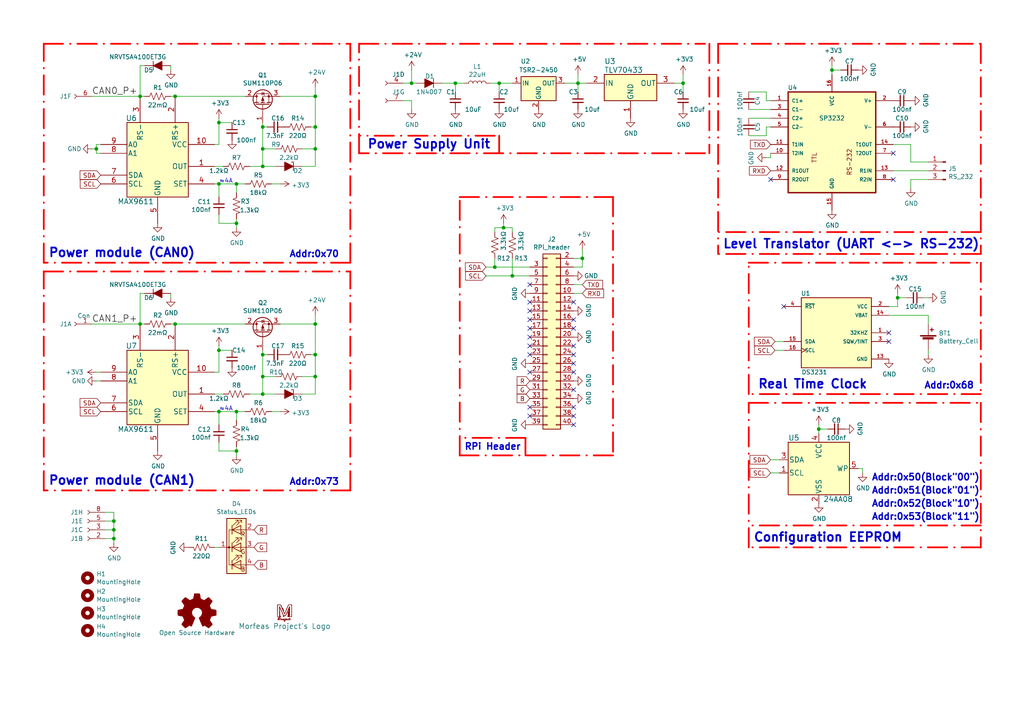
<source format=kicad_sch>
(kicad_sch (version 20230121) (generator eeschema)
  (paper "A4")
  (title_block (title "Morfeas RPi Hat") (date "2019-12-27") (rev "V1.0") (comment 1 "https://www.tapr.org/ohl.html") (comment 2 "Licence: TAPR Open Hardware License") (comment 4 "Author: Sam Harry Tzavaras"))
  (junction (at 144.78 24.13))
  (junction (at 76.2 48.26))
  (junction (at 63.5 101.6))
  (junction (at 76.2 43.18))
  (junction (at 91.44 36.83))
  (junction (at 91.44 102.87))
  (junction (at 68.58 53.34))
  (junction (at 132.08 24.13))
  (junction (at 76.2 36.83))
  (junction (at 63.5 35.56))
  (junction (at 63.5 53.34))
  (junction (at 148.59 80.01))
  (junction (at 241.3 20.32))
  (junction (at 237.49 124.46))
  (junction (at 27.94 43.18))
  (junction (at 33.02 156.21))
  (junction (at 40.64 93.98))
  (junction (at 167.64 24.13))
  (junction (at 146.05 66.04))
  (junction (at 143.51 77.47))
  (junction (at 63.5 119.38))
  (junction (at 76.2 102.87))
  (junction (at 68.58 130.81))
  (junction (at 50.8 27.94))
  (junction (at 198.12 24.13))
  (junction (at 33.02 151.13))
  (junction (at 260.35 86.36))
  (junction (at 68.58 119.38))
  (junction (at 91.44 43.18))
  (junction (at 50.8 93.98))
  (junction (at 91.44 93.98))
  (junction (at 168.91 74.93))
  (junction (at 76.2 109.22))
  (junction (at 119.38 24.13))
  (junction (at 91.44 109.22))
  (junction (at 91.44 27.94))
  (junction (at 76.2 114.3))
  (junction (at 40.64 27.94))
  (junction (at 68.58 64.77))
  (junction (at 33.02 153.67))
  (no_connect (at 153.67 100.33))
  (no_connect (at 166.37 120.65))
  (no_connect (at 153.67 90.17))
  (no_connect (at 166.37 118.11))
  (no_connect (at 166.37 107.95))
  (no_connect (at 166.37 102.87))
  (no_connect (at 223.52 52.07))
  (no_connect (at 153.67 107.95))
  (no_connect (at 153.67 82.55))
  (no_connect (at 153.67 87.63))
  (no_connect (at 166.37 87.63))
  (no_connect (at 166.37 113.03))
  (no_connect (at 257.81 96.52))
  (no_connect (at 257.81 99.06))
  (no_connect (at 166.37 95.25))
  (no_connect (at 259.08 52.07))
  (no_connect (at 153.67 92.71))
  (no_connect (at 227.33 88.9))
  (no_connect (at 153.67 120.65))
  (no_connect (at 166.37 92.71))
  (no_connect (at 166.37 100.33))
  (no_connect (at 166.37 123.19))
  (no_connect (at 153.67 95.25))
  (no_connect (at 166.37 105.41))
  (no_connect (at 153.67 102.87))
  (no_connect (at 259.08 44.45))
  (no_connect (at 153.67 97.79))
  (no_connect (at 153.67 118.11))
  (polyline (pts (xy 177.8 57.15) (xy 177.8 132.08)) (stroke (width 0.508) (type dash_dot) (color 255 0 0 1)))
  (wire (pts (xy 264.16 52.07) (xy 264.16 54.61)))
  (wire (pts (xy 26.67 93.98) (xy 40.64 93.98)))
  (wire (pts (xy 170.18 24.13) (xy 167.64 24.13)))
  (wire (pts (xy 49.53 85.09) (xy 49.53 86.36)))
  (wire (pts (xy 223.52 133.35) (xy 226.06 133.35)))
  (wire (pts (xy 63.5 101.6) (xy 63.5 100.33)))
  (wire (pts (xy 241.3 19.05) (xy 241.3 20.32)))
  (wire (pts (xy 91.44 48.26) (xy 91.44 43.18)))
  (polyline (pts (xy 284.48 76.2) (xy 284.48 114.3)) (stroke (width 0.508) (type dash_dot) (color 255 0 0 1)))
  (wire (pts (xy 146.05 66.04) (xy 148.59 66.04)))
  (wire (pts (xy 68.58 63.5) (xy 68.58 64.77)))
  (wire (pts (xy 91.44 27.94) (xy 91.44 25.4)))
  (wire (pts (xy 68.58 130.81) (xy 63.5 130.81)))
  (wire (pts (xy 63.5 101.6) (xy 63.5 107.95)))
  (wire (pts (xy 269.24 101.6) (xy 269.24 102.87)))
  (wire (pts (xy 146.05 66.04) (xy 146.05 64.77)))
  (wire (pts (xy 269.24 91.44) (xy 269.24 93.98)))
  (wire (pts (xy 250.19 135.89) (xy 250.19 137.16)))
  (wire (pts (xy 267.97 86.36) (xy 269.24 86.36)))
  (wire (pts (xy 143.51 74.93) (xy 143.51 77.47)))
  (wire (pts (xy 166.37 74.93) (xy 168.91 74.93)))
  (wire (pts (xy 168.91 74.93) (xy 168.91 72.39)))
  (wire (pts (xy 62.23 107.95) (xy 63.5 107.95)))
  (wire (pts (xy 224.79 101.6) (xy 227.33 101.6)))
  (polyline (pts (xy 133.35 132.08) (xy 133.35 57.15)) (stroke (width 0.508) (type dash_dot) (color 255 0 0 1)))
  (wire (pts (xy 81.28 27.94) (xy 91.44 27.94)))
  (polyline (pts (xy 12.7 12.7) (xy 101.6 12.7)) (stroke (width 0.508) (type dash_dot) (color 255 0 0 1)))
  (wire (pts (xy 33.02 156.21) (xy 33.02 153.67)))
  (wire (pts (xy 167.64 26.67) (xy 167.64 24.13)))
  (wire (pts (xy 78.74 53.34) (xy 81.28 53.34)))
  (wire (pts (xy 87.63 48.26) (xy 91.44 48.26)))
  (wire (pts (xy 257.81 91.44) (xy 269.24 91.44)))
  (wire (pts (xy 120.65 24.13) (xy 119.38 24.13)))
  (wire (pts (xy 27.94 110.49) (xy 29.21 110.49)))
  (wire (pts (xy 237.49 124.46) (xy 237.49 125.73)))
  (wire (pts (xy 91.44 109.22) (xy 91.44 102.87)))
  (wire (pts (xy 40.64 27.94) (xy 41.91 27.94)))
  (wire (pts (xy 224.79 99.06) (xy 227.33 99.06)))
  (wire (pts (xy 240.03 124.46) (xy 237.49 124.46)))
  (wire (pts (xy 62.23 41.91) (xy 63.5 41.91)))
  (wire (pts (xy 260.35 86.36) (xy 260.35 85.09)))
  (wire (pts (xy 71.12 119.38) (xy 68.58 119.38)))
  (wire (pts (xy 91.44 36.83) (xy 91.44 27.94)))
  (wire (pts (xy 237.49 123.19) (xy 237.49 124.46)))
  (wire (pts (xy 222.25 29.21) (xy 222.25 26.67)))
  (wire (pts (xy 27.94 107.95) (xy 29.21 107.95)))
  (wire (pts (xy 163.83 24.13) (xy 167.64 24.13)))
  (wire (pts (xy 223.52 29.21) (xy 222.25 29.21)))
  (wire (pts (xy 27.94 41.91) (xy 27.94 43.18)))
  (wire (pts (xy 91.44 114.3) (xy 91.44 109.22)))
  (wire (pts (xy 50.8 93.98) (xy 49.53 93.98)))
  (wire (pts (xy 241.3 20.32) (xy 241.3 21.59)))
  (polyline (pts (xy 12.7 142.24) (xy 12.7 78.74)) (stroke (width 0.508) (type dash_dot) (color 255 0 0 1)))
  (wire (pts (xy 68.58 64.77) (xy 68.58 66.04)))
  (wire (pts (xy 63.5 57.15) (xy 63.5 53.34)))
  (wire (pts (xy 40.64 19.05) (xy 40.64 27.94)))
  (wire (pts (xy 140.97 77.47) (xy 143.51 77.47)))
  (wire (pts (xy 80.01 114.3) (xy 76.2 114.3)))
  (polyline (pts (xy 152.4 127) (xy 152.4 132.08)) (stroke (width 0.508) (type dash_dot) (color 255 0 0 1)))
  (polyline (pts (xy 284.48 114.3) (xy 217.17 114.3)) (stroke (width 0.508) (type dash_dot) (color 255 0 0 1)))
  (wire (pts (xy 63.5 64.77) (xy 63.5 62.23)))
  (wire (pts (xy 30.48 151.13) (xy 33.02 151.13)))
  (wire (pts (xy 26.67 27.94) (xy 40.64 27.94)))
  (polyline (pts (xy 104.14 44.45) (xy 104.14 12.7)) (stroke (width 0.508) (type dash_dot) (color 255 0 0 1)))
  (wire (pts (xy 223.52 45.72) (xy 223.52 44.45)))
  (polyline (pts (xy 104.14 12.7) (xy 204.47 12.7)) (stroke (width 0.508) (type dash_dot) (color 255 0 0 1)))
  (wire (pts (xy 195.58 24.13) (xy 198.12 24.13)))
  (wire (pts (xy 71.12 93.98) (xy 50.8 93.98)))
  (wire (pts (xy 142.24 24.13) (xy 144.78 24.13)))
  (wire (pts (xy 27.94 44.45) (xy 29.21 44.45)))
  (wire (pts (xy 26.67 43.18) (xy 27.94 43.18)))
  (wire (pts (xy 71.12 53.34) (xy 68.58 53.34)))
  (wire (pts (xy 68.58 55.88) (xy 68.58 53.34)))
  (wire (pts (xy 168.91 85.09) (xy 166.37 85.09)))
  (wire (pts (xy 30.48 156.21) (xy 33.02 156.21)))
  (polyline (pts (xy 101.6 142.24) (xy 101.6 78.74)) (stroke (width 0.508) (type dash_dot) (color 255 0 0 1)))
  (wire (pts (xy 243.84 20.32) (xy 241.3 20.32)))
  (wire (pts (xy 198.12 26.67) (xy 198.12 24.13)))
  (wire (pts (xy 63.5 119.38) (xy 62.23 119.38)))
  (wire (pts (xy 143.51 77.47) (xy 153.67 77.47)))
  (wire (pts (xy 68.58 121.92) (xy 68.58 119.38)))
  (wire (pts (xy 132.08 26.67) (xy 132.08 24.13)))
  (polyline (pts (xy 204.47 44.45) (xy 104.14 44.45)) (stroke (width 0.508) (type dash_dot) (color 255 0 0 1)))
  (wire (pts (xy 148.59 66.04) (xy 148.59 67.31)))
  (wire (pts (xy 264.16 46.99) (xy 269.24 46.99)))
  (wire (pts (xy 119.38 20.32) (xy 119.38 24.13)))
  (wire (pts (xy 30.48 153.67) (xy 33.02 153.67)))
  (wire (pts (xy 33.02 153.67) (xy 33.02 151.13)))
  (wire (pts (xy 148.59 80.01) (xy 153.67 80.01)))
  (wire (pts (xy 119.38 29.21) (xy 119.38 31.75)))
  (wire (pts (xy 87.63 43.18) (xy 91.44 43.18)))
  (wire (pts (xy 269.24 52.07) (xy 264.16 52.07)))
  (wire (pts (xy 33.02 151.13) (xy 33.02 148.59)))
  (wire (pts (xy 78.74 119.38) (xy 81.28 119.38)))
  (wire (pts (xy 264.16 41.91) (xy 264.16 46.99)))
  (wire (pts (xy 260.35 88.9) (xy 260.35 86.36)))
  (polyline (pts (xy 217.17 158.75) (xy 217.17 116.84)) (stroke (width 0.508) (type dash_dot) (color 255 0 0 1)))
  (wire (pts (xy 262.89 86.36) (xy 260.35 86.36)))
  (wire (pts (xy 62.23 114.3) (xy 64.77 114.3)))
  (wire (pts (xy 116.84 24.13) (xy 119.38 24.13)))
  (polyline (pts (xy 217.17 116.84) (xy 284.48 116.84)) (stroke (width 0.508) (type dash_dot) (color 255 0 0 1)))
  (wire (pts (xy 222.25 39.37) (xy 222.25 36.83)))
  (wire (pts (xy 91.44 43.18) (xy 91.44 36.83)))
  (wire (pts (xy 167.64 24.13) (xy 167.64 21.59)))
  (wire (pts (xy 68.58 130.81) (xy 68.58 132.08)))
  (wire (pts (xy 90.17 36.83) (xy 91.44 36.83)))
  (wire (pts (xy 222.25 26.67) (xy 217.17 26.67)))
  (wire (pts (xy 143.51 67.31) (xy 143.51 66.04)))
  (wire (pts (xy 33.02 156.21) (xy 33.02 157.48)))
  (wire (pts (xy 144.78 26.67) (xy 144.78 24.13)))
  (wire (pts (xy 134.62 24.13) (xy 132.08 24.13)))
  (wire (pts (xy 148.59 74.93) (xy 148.59 80.01)))
  (wire (pts (xy 87.63 114.3) (xy 91.44 114.3)))
  (wire (pts (xy 248.92 135.89) (xy 250.19 135.89)))
  (polyline (pts (xy 284.48 12.7) (xy 284.48 73.66)) (stroke (width 0.508) (type dash_dot) (color 255 0 0 1)))
  (wire (pts (xy 144.78 24.13) (xy 148.59 24.13)))
  (wire (pts (xy 71.12 27.94) (xy 50.8 27.94)))
  (wire (pts (xy 259.08 41.91) (xy 264.16 41.91)))
  (wire (pts (xy 76.2 102.87) (xy 76.2 101.6)))
  (wire (pts (xy 143.51 66.04) (xy 146.05 66.04)))
  (wire (pts (xy 76.2 114.3) (xy 76.2 109.22)))
  (wire (pts (xy 50.8 27.94) (xy 49.53 27.94)))
  (wire (pts (xy 76.2 36.83) (xy 76.2 43.18)))
  (wire (pts (xy 76.2 43.18) (xy 76.2 48.26)))
  (wire (pts (xy 33.02 148.59) (xy 30.48 148.59)))
  (wire (pts (xy 87.63 109.22) (xy 91.44 109.22)))
  (wire (pts (xy 91.44 93.98) (xy 91.44 91.44)))
  (wire (pts (xy 166.37 82.55) (xy 168.91 82.55)))
  (wire (pts (xy 68.58 64.77) (xy 63.5 64.77)))
  (polyline (pts (xy 101.6 142.24) (xy 12.7 142.24)) (stroke (width 0.508) (type dash_dot) (color 255 0 0 1)))
  (wire (pts (xy 222.25 45.72) (xy 223.52 45.72)))
  (polyline (pts (xy 284.48 73.66) (xy 208.28 73.66)) (stroke (width 0.508) (type dash_dot) (color 255 0 0 1)))
  (wire (pts (xy 77.47 36.83) (xy 76.2 36.83)))
  (wire (pts (xy 63.5 35.56) (xy 67.31 35.56)))
  (wire (pts (xy 140.97 80.01) (xy 148.59 80.01)))
  (polyline (pts (xy 101.6 76.2) (xy 12.7 76.2)) (stroke (width 0.508) (type dash_dot) (color 255 0 0 1)))
  (wire (pts (xy 41.91 85.09) (xy 40.64 85.09)))
  (polyline (pts (xy 284.48 158.75) (xy 217.17 158.75)) (stroke (width 0.508) (type dash_dot) (color 255 0 0 1)))
  (wire (pts (xy 81.28 93.98) (xy 91.44 93.98)))
  (wire (pts (xy 90.17 102.87) (xy 91.44 102.87)))
  (wire (pts (xy 80.01 109.22) (xy 76.2 109.22)))
  (polyline (pts (xy 284.48 116.84) (xy 284.48 158.75)) (stroke (width 0.508) (type dash_dot) (color 255 0 0 1)))
  (wire (pts (xy 76.2 109.22) (xy 76.2 102.87)))
  (polyline (pts (xy 284.48 152.4) (xy 217.17 152.4)) (stroke (width 0.508) (type dash_dot) (color 255 0 0 1)))
  (wire (pts (xy 91.44 102.87) (xy 91.44 93.98)))
  (wire (pts (xy 29.21 41.91) (xy 27.94 41.91)))
  (wire (pts (xy 62.23 48.26) (xy 64.77 48.26)))
  (polyline (pts (xy 133.35 57.15) (xy 177.8 57.15)) (stroke (width 0.508) (type dash_dot) (color 255 0 0 1)))
  (polyline (pts (xy 205.74 12.7) (xy 205.74 44.45)) (stroke (width 0.508) (type dash_dot) (color 255 0 0 1)))
  (wire (pts (xy 223.52 31.75) (xy 217.17 31.75)))
  (wire (pts (xy 77.47 102.87) (xy 76.2 102.87)))
  (wire (pts (xy 63.5 101.6) (xy 67.31 101.6)))
  (wire (pts (xy 63.5 130.81) (xy 63.5 128.27)))
  (wire (pts (xy 63.5 53.34) (xy 62.23 53.34)))
  (polyline (pts (xy 101.6 76.2) (xy 101.6 12.7)) (stroke (width 0.508) (type dash_dot) (color 255 0 0 1)))
  (wire (pts (xy 41.91 19.05) (xy 40.64 19.05)))
  (wire (pts (xy 222.25 36.83) (xy 223.52 36.83)))
  (polyline (pts (xy 12.7 78.74) (xy 101.6 78.74)) (stroke (width 0.508) (type dash_dot) (color 255 0 0 1)))
  (wire (pts (xy 63.5 53.34) (xy 68.58 53.34)))
  (polyline (pts (xy 208.28 12.7) (xy 208.28 73.66)) (stroke (width 0.508) (type dash_dot) (color 255 0 0 1)))
  (polyline (pts (xy 284.48 67.31) (xy 208.28 67.31)) (stroke (width 0.508) (type dash_dot) (color 255 0 0 1)))
  (wire (pts (xy 72.39 114.3) (xy 76.2 114.3)))
  (wire (pts (xy 27.94 43.18) (xy 27.94 44.45)))
  (polyline (pts (xy 143.51 39.37) (xy 104.14 39.37)) (stroke (width 0.508) (type dash_dot) (color 255 0 0 1)))
  (wire (pts (xy 257.81 88.9) (xy 260.35 88.9)))
  (wire (pts (xy 223.52 137.16) (xy 226.06 137.16)))
  (wire (pts (xy 68.58 129.54) (xy 68.58 130.81)))
  (wire (pts (xy 76.2 35.56) (xy 76.2 36.83)))
  (polyline (pts (xy 217.17 76.2) (xy 284.48 76.2)) (stroke (width 0.508) (type dash_dot) (color 255 0 0 1)))
  (wire (pts (xy 166.37 77.47) (xy 168.91 77.47)))
  (polyline (pts (xy 12.7 76.2) (xy 12.7 12.7)) (stroke (width 0.508) (type dash_dot) (color 255 0 0 1)))
  (wire (pts (xy 40.64 93.98) (xy 41.91 93.98)))
  (wire (pts (xy 198.12 24.13) (xy 198.12 21.59)))
  (wire (pts (xy 128.27 24.13) (xy 132.08 24.13)))
  (wire (pts (xy 63.5 35.56) (xy 63.5 41.91)))
  (wire (pts (xy 223.52 34.29) (xy 217.17 34.29)))
  (wire (pts (xy 259.08 49.53) (xy 269.24 49.53)))
  (polyline (pts (xy 144.78 39.37) (xy 144.78 44.45)) (stroke (width 0.508) (type dash_dot) (color 255 0 0 1)))
  (wire (pts (xy 72.39 48.26) (xy 76.2 48.26)))
  (wire (pts (xy 49.53 19.05) (xy 49.53 20.32)))
  (wire (pts (xy 63.5 119.38) (xy 68.58 119.38)))
  (polyline (pts (xy 152.4 127) (xy 133.35 127)) (stroke (width 0.508) (type dash_dot) (color 255 0 0 1)))
  (polyline (pts (xy 177.8 132.08) (xy 133.35 132.08)) (stroke (width 0.508) (type dash_dot) (color 255 0 0 1)))
  (wire (pts (xy 217.17 39.37) (xy 222.25 39.37)))
  (wire (pts (xy 168.91 77.47) (xy 168.91 74.93)))
  (wire (pts (xy 62.23 158.75) (xy 63.5 158.75)))
  (polyline (pts (xy 208.28 12.7) (xy 284.48 12.7)) (stroke (width 0.508) (type dash_dot) (color 255 0 0 1)))
  (wire (pts (xy 63.5 123.19) (xy 63.5 119.38)))
  (wire (pts (xy 80.01 48.26) (xy 76.2 48.26)))
  (wire (pts (xy 40.64 85.09) (xy 40.64 93.98)))
  (polyline (pts (xy 217.17 114.3) (xy 217.17 76.2)) (stroke (width 0.508) (type dash_dot) (color 255 0 0 1)))
  (wire (pts (xy 63.5 35.56) (xy 63.5 34.29)))
  (wire (pts (xy 116.84 29.21) (xy 119.38 29.21)))
  (wire (pts (xy 80.01 43.18) (xy 76.2 43.18)))
  (text "Addr:0x50(Block\"00\")" (at 252.73 139.7 0) (effects (font (size 1.905 1.905) (thickness 0.381) bold) (justify left bottom)))
  (text "Addr:0x68" (at 267.97 113.03 0) (effects (font (size 1.905 1.905) (thickness 0.381) bold) (justify left bottom)))
  (text "Power module (CAN0)" (at 13.97 74.93 0) (effects (font (size 2.54 2.54) (thickness 0.508) bold) (justify left bottom)))
  (text "Addr:0x70" (at 83.82 74.93 0) (effects (font (size 1.905 1.905) (thickness 0.381) bold) (justify left bottom)))
  (text "Addr:0x53(Block\"11\")" (at 252.73 151.13 0) (effects (font (size 1.905 1.905) (thickness 0.381) bold) (justify left bottom)))
  (text "≈4A" (at 63.5 53.34 0) (effects (font (size 1.27 1.27)) (justify left bottom)))
  (text "Power Supply Unit" (at 106.426 43.434 0) (effects (font (size 2.54 2.54) (thickness 0.508) bold) (justify left bottom)))
  (text "≈4A" (at 63.5 119.38 0) (effects (font (size 1.27 1.27)) (justify left bottom)))
  (text "Level Translator (UART <-> RS-232)" (at 209.55 72.39 0) (effects (font (size 2.54 2.54) (thickness 0.508) bold) (justify left bottom)))
  (text "Real Time Clock" (at 219.71 113.03 0) (effects (font (size 2.54 2.54) (thickness 0.508) bold) (justify left bottom)))
  (text "Power module (CAN1)" (at 13.97 140.97 0) (effects (font (size 2.54 2.54) (thickness 0.508) bold) (justify left bottom)))
  (text "Addr:0x51(Block\"01\")" (at 252.73 143.51 0) (effects (font (size 1.905 1.905) (thickness 0.381) bold) (justify left bottom)))
  (text "Addr:0x52(Block\"10\")" (at 252.73 147.32 0) (effects (font (size 1.905 1.905) (thickness 0.381) bold) (justify left bottom)))
  (text "RPi Header" (at 134.62 130.81 0) (effects (font (size 1.905 1.905) (thickness 0.381) bold) (justify left bottom)))
  (text "Addr:0x73" (at 83.82 140.97 0) (effects (font (size 1.905 1.905) (thickness 0.381) bold) (justify left bottom)))
  (text "Configuration EEPROM" (at 218.44 157.48 0) (effects (font (size 2.54 2.54) (thickness 0.508) bold) (justify left bottom)))
  (label "CAN0_P+" (at 26.67 27.94 0) (effects (font (size 1.905 1.905))))
  (label "CAN1_P+" (at 26.67 93.98 0) (effects (font (size 1.905 1.905))))
  (global_label "SDA" (shape input) (at 29.21 50.8 180) (property "Intersheetrefs" "${INTERSHEET_REFS}" (effects hide)))
  (global_label "RXD" (shape input) (at 168.91 85.09 0) (property "Intersheetrefs" "${INTERSHEET_REFS}" (effects hide)))
  (global_label "B" (shape input) (at 73.66 163.83 0) (property "Intersheetrefs" "${INTERSHEET_REFS}" (effects hide)))
  (global_label "SDA" (shape input) (at 223.52 133.35 180) (property "Intersheetrefs" "${INTERSHEET_REFS}" (effects hide)))
  (global_label "R" (shape input) (at 73.66 153.67 0) (property "Intersheetrefs" "${INTERSHEET_REFS}" (effects hide)))
  (global_label "SDA" (shape input) (at 140.97 77.47 180) (property "Intersheetrefs" "${INTERSHEET_REFS}" (effects hide)))
  (global_label "G" (shape input) (at 153.67 113.03 180) (property "Intersheetrefs" "${INTERSHEET_REFS}" (effects hide)))
  (global_label "SDA" (shape input) (at 224.79 99.06 180) (property "Intersheetrefs" "${INTERSHEET_REFS}" (effects hide)))
  (global_label "R" (shape input) (at 153.67 110.49 180) (property "Intersheetrefs" "${INTERSHEET_REFS}" (effects hide)))
  (global_label "TXD" (shape input) (at 223.52 41.91 180) (property "Intersheetrefs" "${INTERSHEET_REFS}" (effects hide)))
  (global_label "SDA" (shape input) (at 29.21 116.84 180) (property "Intersheetrefs" "${INTERSHEET_REFS}" (effects hide)))
  (global_label "SCL" (shape input) (at 29.21 119.38 180) (property "Intersheetrefs" "${INTERSHEET_REFS}" (effects hide)))
  (global_label "SCL" (shape input) (at 223.52 137.16 180) (property "Intersheetrefs" "${INTERSHEET_REFS}" (effects hide)))
  (global_label "G" (shape input) (at 73.66 158.75 0) (property "Intersheetrefs" "${INTERSHEET_REFS}" (effects hide)))
  (global_label "SCL" (shape input) (at 140.97 80.01 180) (property "Intersheetrefs" "${INTERSHEET_REFS}" (effects hide)))
  (global_label "B" (shape input) (at 153.67 115.57 180) (property "Intersheetrefs" "${INTERSHEET_REFS}" (effects hide)))
  (global_label "TXD" (shape input) (at 168.91 82.55 0) (property "Intersheetrefs" "${INTERSHEET_REFS}" (effects hide)))
  (global_label "SCL" (shape input) (at 29.21 53.34 180) (property "Intersheetrefs" "${INTERSHEET_REFS}" (effects hide)))
  (global_label "SCL" (shape input) (at 224.79 101.6 180) (property "Intersheetrefs" "${INTERSHEET_REFS}" (effects hide)))
  (global_label "RXD" (shape input) (at 223.52 49.53 180) (property "Intersheetrefs" "${INTERSHEET_REFS}" (effects hide)))
  (symbol (lib_id "Morfeas_Rpi_Hat-rescue:Conn_02x20_Odd_Even-Morfeas_Rpi_Hat") (at 158.75 97.79 0) (unit 1)
    (property "Reference" "J2" (at 160.02 69.4182 0))
    (property "Value" "RPi_header" (at 160.02 71.7296 0))
    (property "Footprint" "Morfeas_RPi_Hat:PinSocket_2x20_P2.54mm_Vertical" (effects hide))
  )
  (symbol (lib_id "power:+5V") (at 168.91 72.39 0) (unit 1)
    (property "Reference" "#PWR014" (effects hide))
    (property "Value" "+5V" (at 169.291 67.9958 0))
  )
  (symbol (lib_id "power:GND") (at 166.37 80.01 90) (unit 1)
    (property "Reference" "#PWR08" (effects hide))
    (property "Value" "GND" (at 171.45 80.01 90))
  )
  (symbol (lib_id "Morfeas_Rpi_Hat-rescue:DS3231SN#T&R-Morfeas_Rpi_Hat") (at 242.57 96.52 0) (unit 1)
    (property "Reference" "U1" (at 233.68 85.09 0))
    (property "Value" "DS3231" (at 236.22 107.95 0))
    (property "Footprint" "Project's_libs:SOIC127P1032X265-16N" (effects hide))
    (property "Datasheet" "${KIPRJMOD}/Datasheets/DS3231.pdf" (effects hide))
  )
  (symbol (lib_id "Morfeas_Rpi_Hat-rescue:TLV70433DBVT-Morfeas_Rpi_Hat") (at 182.88 25.4 0) (unit 1)
    (property "Reference" "U3" (at 175.26 17.78 0) (effects (font (size 1.524 1.524)) (justify left)))
    (property "Value" "TLV70433" (at 175.26 20.32 0) (effects (font (size 1.524 1.524)) (justify left)))
    (property "Footprint" "Morfeas_RPi_Hat:TLV70433DBVT" (effects hide))
    (property "Datasheet" "${KIPRJMOD}/Datasheets/tlv704.pdf" (effects hide))
  )
  (symbol (lib_id "Morfeas_Rpi_Hat-rescue:SP3232-Morfeas_Rpi_Hat") (at 241.3 40.64 0) (unit 1)
    (property "Reference" "U4" (at 229.87 25.4 0))
    (property "Value" "SP3232" (at 241.3 34.29 0))
    (property "Footprint" "Package_SO:SOIC-16_3.9x9.9mm_P1.27mm" (effects hide))
    (property "Datasheet" "${KIPRJMOD}/Datasheets/2614466.pdf" (effects hide))
    (property "Field4" "SP3232EET-L" (effects hide))
    (property "Field5" "SOIC-16" (effects hide))
    (property "Field6" "24R0382" (effects hide))
    (property "Field7" "Exar" (effects hide))
  )
  (symbol (lib_id "Morfeas_Rpi_Hat-rescue:24AA08T-I_OT-Morfeas_Rpi_Hat") (at 237.49 135.89 0) (unit 1)
    (property "Reference" "U5" (at 228.6 127 0) (effects (font (size 1.524 1.524)) (justify left)))
    (property "Value" "24AA08" (at 238.76 144.78 0) (effects (font (size 1.524 1.524)) (justify left)))
    (property "Footprint" "Morfeas_RPi_Hat:24AA08T-I&slash_OT" (effects hide))
    (property "Datasheet" "${KIPRJMOD}/Datasheets/20001710L.pdf" (effects hide))
  )
  (symbol (lib_id "power:GND") (at 257.81 104.14 0) (unit 1)
    (property "Reference" "#PWR018" (effects hide))
    (property "Value" "GND" (at 257.937 108.5342 0))
  )
  (symbol (lib_id "power:GND") (at 237.49 146.05 0) (unit 1)
    (property "Reference" "#PWR027" (effects hide))
    (property "Value" "GND" (at 237.617 150.4442 0))
  )
  (symbol (lib_id "Morfeas_Rpi_Hat-rescue:+3.3V-power") (at 237.49 123.19 0) (unit 1)
    (property "Reference" "#PWR026" (effects hide))
    (property "Value" "+3.3V" (at 237.871 118.7958 0))
  )
  (symbol (lib_id "Morfeas_Rpi_Hat-rescue:+3.3V-power") (at 198.12 21.59 0) (unit 1)
    (property "Reference" "#PWR021" (effects hide))
    (property "Value" "+3.3V" (at 198.501 17.1958 0))
  )
  (symbol (lib_id "power:GND") (at 182.88 34.29 0) (unit 1)
    (property "Reference" "#PWR020" (effects hide))
    (property "Value" "GND" (at 183.007 38.6842 0))
  )
  (symbol (lib_id "Morfeas_Rpi_Hat-rescue:+3.3V-power") (at 260.35 85.09 0) (unit 1)
    (property "Reference" "#PWR017" (effects hide))
    (property "Value" "+3.3V" (at 260.731 80.6958 0))
  )
  (symbol (lib_id "Device:Battery_Cell") (at 269.24 99.06 0) (unit 1)
    (property "Reference" "BT1" (at 272.2372 96.6216 0) (effects (justify left)))
    (property "Value" "Battery_Cell" (at 272.2372 98.933 0) (effects (justify left)))
    (property "Footprint" "Morfeas_RPi_Hat:CH252032LF" (effects hide))
  )
  (symbol (lib_id "power:GND") (at 269.24 102.87 0) (unit 1)
    (property "Reference" "#PWR019" (effects hide))
    (property "Value" "GND" (at 269.367 107.2642 0))
  )
  (symbol (lib_id "power:+5V") (at 167.64 21.59 0) (unit 1)
    (property "Reference" "#PWR015" (effects hide))
    (property "Value" "+5V" (at 168.021 17.1958 0))
  )
  (symbol (lib_id "Morfeas_Rpi_Hat-rescue:MAX9611AUB+-Morfeas_Rpi_Hat") (at 45.72 45.72 0) (unit 1)
    (property "Reference" "U6" (at 38.1 34.29 0) (effects (font (size 1.524 1.524))))
    (property "Value" "MAX9611" (at 39.37 58.42 0) (effects (font (size 1.524 1.524))))
    (property "Footprint" "Morfeas_RPi_Hat:MAX9611AUB&plus_" (effects hide))
    (property "Datasheet" "${KIPRJMOD}/Datasheets/MAX9611-MAX9612.pdf" (effects hide))
  )
  (symbol (lib_id "power:GND") (at 45.72 64.77 0) (unit 1)
    (property "Reference" "#PWR032" (effects hide))
    (property "Value" "GND" (at 45.847 69.1642 0))
  )
  (symbol (lib_id "Morfeas_Rpi_Hat-rescue:+3.3V-power") (at 63.5 34.29 0) (unit 1)
    (property "Reference" "#PWR034" (effects hide))
    (property "Value" "+3.3V" (at 63.881 29.8958 0))
  )
  (symbol (lib_id "Device:C_Small") (at 67.31 38.1 0) (unit 1)
    (property "Reference" "C13" (at 67.31 35.56 0) (effects (justify left)))
    (property "Value" "100nf" (at 68.58 40.64 0) (effects (justify left)))
    (property "Footprint" "Capacitor_SMD:C_0805_2012Metric" (effects hide))
  )
  (symbol (lib_id "power:GND") (at 67.31 40.64 0) (unit 1)
    (property "Reference" "#PWR036" (effects hide))
    (property "Value" "GND" (effects hide))
  )
  (symbol (lib_id "Device:R_US") (at 45.72 27.94 270) (unit 1)
    (property "Reference" "R1" (at 45.72 25.4 90))
    (property "Value" "22mΩ" (at 45.72 30.48 90))
    (property "Footprint" "Resistor_SMD:R_2512_6332Metric" (effects hide))
  )
  (symbol (lib_id "Connector:Conn_01x03_Male") (at 274.32 49.53 0) (mirror y) (unit 1)
    (property "Reference" "J5" (at 275.0312 48.9204 0) (effects (justify right)))
    (property "Value" "RS_232" (at 275.0312 51.2318 0) (effects (justify right)))
    (property "Footprint" "Connector_PinSocket_2.54mm:PinSocket_1x03_P2.54mm_Vertical" (effects hide))
  )
  (symbol (lib_id "power:GND") (at 250.19 137.16 0) (unit 1)
    (property "Reference" "#PWR031" (effects hide))
    (property "Value" "GND" (at 250.317 141.5542 0))
  )
  (symbol (lib_id "Device:Q_PMOS_GDS") (at 76.2 30.48 90) (unit 1)
    (property "Reference" "Q1" (at 76.2 21.7932 90))
    (property "Value" "SUM110P06" (at 76.2 24.1046 90))
    (property "Footprint" "Package_TO_SOT_SMD:TO-263-2" (effects hide))
    (property "Datasheet" "https://www.vishay.com/docs/72439/sum110p06-07l.pdf" (effects hide))
  )
  (symbol (lib_id "power:+24V") (at 91.44 25.4 0) (unit 1)
    (property "Reference" "#PWR042" (effects hide))
    (property "Value" "+24V" (at 91.821 21.0058 0))
  )
  (symbol (lib_id "Morfeas_Rpi_Hat-rescue:D_ALT-Device") (at 124.46 24.13 180) (unit 1)
    (property "Reference" "D1" (at 123.2916 22.1234 0) (effects (justify right)))
    (property "Value" "1N4007" (at 120.65 26.67 0) (effects (justify right)))
    (property "Footprint" "Morfeas_RPi_Hat:DO-214AC(SMA)" (effects hide))
  )
  (symbol (lib_id "power:GND") (at 264.16 54.61 0) (unit 1)
    (property "Reference" "#PWR044" (effects hide))
    (property "Value" "GND" (at 264.287 59.0042 0))
  )
  (symbol (lib_id "Device:C_Small") (at 242.57 124.46 270) (unit 1)
    (property "Reference" "C8" (at 242.57 121.92 90))
    (property "Value" "100nf" (at 242.57 127 90))
    (property "Footprint" "Capacitor_SMD:C_0805_2012Metric" (effects hide))
  )
  (symbol (lib_id "power:GND") (at 245.11 124.46 90) (unit 1)
    (property "Reference" "#PWR028" (effects hide))
    (property "Value" "GND" (at 249.5042 124.333 0))
  )
  (symbol (lib_id "Device:R_US") (at 83.82 43.18 90) (unit 1)
    (property "Reference" "R9" (at 80.01 41.91 90))
    (property "Value" "2.2kΩ" (at 83.82 45.72 90))
    (property "Footprint" "Resistor_SMD:R_1206_3216Metric" (effects hide))
  )
  (symbol (lib_id "Device:R_US") (at 68.58 48.26 270) (unit 1)
    (property "Reference" "R7" (at 68.58 45.72 90))
    (property "Value" "1.2kΩ" (at 63.5 49.53 90))
    (property "Footprint" "Resistor_SMD:R_1206_3216Metric" (effects hide))
  )
  (symbol (lib_id "Morfeas_Rpi_Hat-rescue:+3.3V-power") (at 27.94 107.95 90) (unit 1)
    (property "Reference" "#PWR0104" (effects hide))
    (property "Value" "+3.3V" (at 21.59 107.95 90))
  )
  (symbol (lib_id "Device:R_US") (at 74.93 53.34 90) (unit 1)
    (property "Reference" "R5" (at 74.93 50.8 90))
    (property "Value" "18kΩ" (at 74.93 55.88 90))
    (property "Footprint" "Resistor_SMD:R_1206_3216Metric" (effects hide))
  )
  (symbol (lib_id "Device:R_US") (at 68.58 59.69 0) (mirror x) (unit 1)
    (property "Reference" "R3" (at 71.12 58.42 0))
    (property "Value" "1.3kΩ" (at 72.39 60.96 0))
    (property "Footprint" "Resistor_SMD:R_1206_3216Metric" (effects hide))
  )
  (symbol (lib_id "power:GND") (at 68.58 66.04 0) (unit 1)
    (property "Reference" "#PWR038" (effects hide))
    (property "Value" "GND" (at 68.707 70.4342 0))
  )
  (symbol (lib_id "Morfeas_Rpi_Hat-rescue:+3.3V-power") (at 81.28 53.34 270) (unit 1)
    (property "Reference" "#PWR040" (effects hide))
    (property "Value" "+3.3V" (at 84.5312 53.721 90) (effects (justify left)))
  )
  (symbol (lib_id "power:GND") (at 26.67 43.18 270) (unit 1)
    (property "Reference" "#PWR0105" (effects hide))
    (property "Value" "GND" (at 21.59 43.18 90))
  )
  (symbol (lib_id "Morfeas_Rpi_Hat-rescue:LED_CRGB-Device") (at 68.58 158.75 0) (unit 1)
    (property "Reference" "D4" (at 68.58 146.1262 0))
    (property "Value" "Status_LEDs" (at 68.58 148.4376 0))
    (property "Footprint" "Connector_PinSocket_2.54mm:PinSocket_1x04_P2.54mm_Vertical" (effects hide))
  )
  (symbol (lib_id "Device:C_Small") (at 63.5 59.69 0) (mirror x) (unit 1)
    (property "Reference" "C11" (at 61.1886 58.5216 0) (effects (justify right)))
    (property "Value" "100nf" (at 61.1886 60.833 0) (effects (justify right)))
    (property "Footprint" "Capacitor_SMD:C_0805_2012Metric" (effects hide))
  )
  (symbol (lib_id "Device:R_US") (at 58.42 158.75 270) (mirror x) (unit 1)
    (property "Reference" "R11" (at 58.42 156.21 90))
    (property "Value" "220Ω" (at 58.42 161.29 90))
    (property "Footprint" "Resistor_SMD:R_1206_3216Metric" (effects hide))
  )
  (symbol (lib_id "Device:C_Small") (at 265.43 86.36 270) (unit 1)
    (property "Reference" "C15" (at 265.43 83.82 90))
    (property "Value" "100nf" (at 265.43 88.9 90))
    (property "Footprint" "Capacitor_SMD:C_0805_2012Metric" (effects hide))
  )
  (symbol (lib_id "power:GND") (at 54.61 158.75 270) (unit 1)
    (property "Reference" "#PWR0102" (effects hide))
    (property "Value" "GND" (at 50.2158 158.877 0))
  )
  (symbol (lib_id "Morfeas_Rpi_Hat-rescue:D_Zener_ALT-Device") (at 83.82 48.26 0) (mirror y) (unit 1)
    (property "Reference" "D2" (at 86.36 49.53 0))
    (property "Value" "Zener10V" (effects hide))
    (property "Footprint" "Diode_THT:D_DO-35_SOD27_P7.62mm_Horizontal" (effects hide))
  )
  (symbol (lib_id "Morfeas_Rpi_Hat-rescue:D_ALT-Device") (at 45.72 85.09 0) (mirror x) (unit 1)
    (property "Reference" "D6" (at 44.45 86.36 0) (effects (justify right)))
    (property "Value" "NRVTSA4100ET3G" (at 48.26 82.55 0) (effects (justify right)))
    (property "Footprint" "Morfeas_RPi_Hat:DO-214AC(SMA)" (effects hide))
  )
  (symbol (lib_id "power:GND") (at 269.24 86.36 90) (unit 1)
    (property "Reference" "#PWR045" (effects hide))
    (property "Value" "GND" (at 273.6342 86.233 0))
  )
  (symbol (lib_id "Graphic:Logo_Open_Hardware_Small") (at 57.15 177.8 0) (unit 1)
    (property "Reference" "Open_Source_hardware1" (effects hide))
    (property "Value" "Open Source Hardware" (at 57.15 183.515 0))
    (property "Footprint" "Symbol:OSHW-Logo2_9.8x8mm_SilkScreen" (effects hide))
  )
  (symbol (lib_id "Regulator_Linear:L7805") (at 156.21 24.13 0) (unit 1)
    (property "Reference" "U2" (at 152.4 17.78 0))
    (property "Value" "TSR2-2450" (at 156.21 20.2946 0))
    (property "Footprint" "Morfeas_RPi_Hat:TSR2-2450" (effects hide))
    (property "Datasheet" "${KIPRJMOD}/Datasheets/tsr2-datasheet-911338.pdf" (effects hide))
  )
  (symbol (lib_id "power:+24V") (at 119.38 20.32 0) (unit 1)
    (property "Reference" "#PWR01" (effects hide))
    (property "Value" "+24V" (at 119.761 15.9258 0))
  )
  (symbol (lib_id "power:GND") (at 156.21 31.75 0) (unit 1)
    (property "Reference" "#PWR013" (effects hide))
    (property "Value" "GND" (at 156.337 36.1442 0))
  )
  (symbol (lib_id "Morfeas_Rpi_Hat-rescue:Connector-Morfeas_Rpi_Hat") (at 21.59 27.94 180) (unit 6)
    (property "Reference" "J1" (at 19.05 27.94 0))
    (property "Value" "Con" (effects hide))
    (property "Footprint" "Morfeas_RPi_Hat:SPT1.5_8-H-3.5" (effects hide))
  )
  (symbol (lib_id "Device:C_Small") (at 198.12 29.21 0) (mirror y) (unit 1)
    (property "Reference" "C6" (at 198.12 26.67 0) (effects (justify left)))
    (property "Value" "10uf" (at 204.47 31.75 0) (effects (justify left)))
    (property "Footprint" "Capacitor_SMD:C_1210_3225Metric" (effects hide))
  )
  (symbol (lib_id "Morfeas_Rpi_Hat-rescue:Connector-Morfeas_Rpi_Hat") (at 25.4 156.21 0) (mirror y) (unit 2)
    (property "Reference" "J1" (at 24.13 156.21 0) (effects (justify left)))
    (property "Value" "Con" (effects hide))
    (property "Footprint" "Morfeas_RPi_Hat:SPT1.5_8-H-3.5" (effects hide))
  )
  (symbol (lib_id "Device:C_Small") (at 167.64 29.21 0) (mirror y) (unit 1)
    (property "Reference" "C3" (at 167.64 26.67 0) (effects (justify left)))
    (property "Value" "10uf" (at 173.99 31.75 0) (effects (justify left)))
    (property "Footprint" "Capacitor_SMD:C_1210_3225Metric" (effects hide))
  )
  (symbol (lib_id "Device:C_Small") (at 132.08 29.21 0) (mirror y) (unit 1)
    (property "Reference" "C1" (at 132.08 26.67 0) (effects (justify left)))
    (property "Value" "10uF" (at 139.7 31.75 0) (effects (justify left)))
    (property "Footprint" "Capacitor_SMD:C_1210_3225Metric" (effects hide))
  )
  (symbol (lib_id "Device:C_Small") (at 144.78 29.21 0) (unit 1)
    (property "Reference" "C2" (at 144.78 26.67 0) (effects (justify left)))
    (property "Value" "10uf" (at 146.05 31.75 0) (effects (justify left)))
    (property "Footprint" "Capacitor_SMD:C_1210_3225Metric" (effects hide))
  )
  (symbol (lib_id "power:GND") (at 144.78 31.75 0) (unit 1)
    (property "Reference" "#PWR07" (effects hide))
    (property "Value" "GND" (at 144.907 36.1442 0))
  )
  (symbol (lib_id "power:GND") (at 132.08 31.75 0) (unit 1)
    (property "Reference" "#PWR03" (effects hide))
    (property "Value" "GND" (at 132.207 36.1442 0))
  )
  (symbol (lib_id "Morfeas_Rpi_Hat-rescue:Morfeas_project_Logo-Morfeas_Rpi_Hat") (at 82.55 177.8 0) (unit 1)
    (property "Reference" "Morfeas_project_Logo1" (effects hide))
    (property "Value" "Morfeas Project's Logo" (at 82.55 181.61 0) (effects (font (size 1.524 1.524))))
    (property "Footprint" "Morfeas_RPi_Hat:Morfeas_logo_big_silkscreen" (effects hide))
  )
  (symbol (lib_id "power:GND") (at 49.53 86.36 0) (unit 1)
    (property "Reference" "#PWR048" (effects hide))
    (property "Value" "GND" (at 49.657 90.7542 0))
  )
  (symbol (lib_id "power:GND") (at 167.64 31.75 0) (unit 1)
    (property "Reference" "#PWR016" (effects hide))
    (property "Value" "GND" (at 167.767 36.1442 0))
  )
  (symbol (lib_id "power:GND") (at 198.12 31.75 0) (unit 1)
    (property "Reference" "#PWR022" (effects hide))
    (property "Value" "GND" (at 198.247 36.1442 0))
  )
  (symbol (lib_id "Device:L") (at 138.43 24.13 90) (unit 1)
    (property "Reference" "L1" (at 138.43 19.304 90))
    (property "Value" "22uH" (at 138.43 21.6154 90))
    (property "Footprint" "Morfeas_RPi_hat:INDPM6060X300N" (effects hide))
  )
  (symbol (lib_id "Morfeas_Rpi_Hat-rescue:MAX9611AUB+-Morfeas_Rpi_Hat") (at 45.72 111.76 0) (unit 1)
    (property "Reference" "U7" (at 38.1 100.33 0) (effects (font (size 1.524 1.524))))
    (property "Value" "MAX9611" (at 39.37 124.46 0) (effects (font (size 1.524 1.524))))
    (property "Footprint" "Morfeas_RPi_Hat:MAX9611AUB&plus_" (effects hide))
    (property "Datasheet" "${KIPRJMOD}/Datasheets/MAX9611-MAX9612.pdf" (effects hide))
  )
  (symbol (lib_id "power:GND") (at 45.72 130.81 0) (unit 1)
    (property "Reference" "#PWR033" (effects hide))
    (property "Value" "GND" (at 45.847 135.2042 0))
  )
  (symbol (lib_id "Morfeas_Rpi_Hat-rescue:+3.3V-power") (at 63.5 100.33 0) (unit 1)
    (property "Reference" "#PWR035" (effects hide))
    (property "Value" "+3.3V" (at 63.881 95.9358 0))
  )
  (symbol (lib_id "Device:C_Small") (at 67.31 104.14 0) (unit 1)
    (property "Reference" "C14" (at 67.31 101.6 0) (effects (justify left)))
    (property "Value" "100nf" (at 68.58 106.68 0) (effects (justify left)))
    (property "Footprint" "Capacitor_SMD:C_0805_2012Metric" (effects hide))
  )
  (symbol (lib_id "power:GND") (at 67.31 106.68 0) (unit 1)
    (property "Reference" "#PWR037" (effects hide))
    (property "Value" "GND" (effects hide))
  )
  (symbol (lib_id "Device:R_US") (at 45.72 93.98 270) (unit 1)
    (property "Reference" "R2" (at 45.72 91.44 90))
    (property "Value" "22mΩ" (at 45.72 96.52 90))
    (property "Footprint" "Resistor_SMD:R_2512_6332Metric" (effects hide))
  )
  (symbol (lib_id "power:+24V") (at 91.44 91.44 0) (unit 1)
    (property "Reference" "#PWR043" (effects hide))
    (property "Value" "+24V" (at 91.821 87.0458 0))
  )
  (symbol (lib_id "Device:R_US") (at 83.82 109.22 90) (unit 1)
    (property "Reference" "R10" (at 80.01 107.95 90))
    (property "Value" "2.2kΩ" (at 83.82 111.76 90))
    (property "Footprint" "Resistor_SMD:R_1206_3216Metric" (effects hide))
  )
  (symbol (lib_id "Device:R_US") (at 68.58 114.3 90) (unit 1)
    (property "Reference" "R8" (at 68.58 111.76 90))
    (property "Value" "1.2kΩ" (at 63.5 115.57 90))
    (property "Footprint" "Resistor_SMD:R_1206_3216Metric" (effects hide))
  )
  (symbol (lib_id "Device:R_US") (at 74.93 119.38 90) (unit 1)
    (property "Reference" "R6" (at 74.93 116.84 90))
    (property "Value" "18kΩ" (at 74.93 121.92 90))
    (property "Footprint" "Resistor_SMD:R_1206_3216Metric" (effects hide))
  )
  (symbol (lib_id "Device:R_US") (at 68.58 125.73 0) (mirror x) (unit 1)
    (property "Reference" "R4" (at 71.12 124.46 0))
    (property "Value" "1.3kΩ" (at 72.39 127 0))
    (property "Footprint" "Resistor_SMD:R_1206_3216Metric" (effects hide))
  )
  (symbol (lib_id "power:GND") (at 68.58 132.08 0) (unit 1)
    (property "Reference" "#PWR039" (effects hide))
    (property "Value" "GND" (at 68.707 136.4742 0))
  )
  (symbol (lib_id "Morfeas_Rpi_Hat-rescue:+3.3V-power") (at 81.28 119.38 270) (unit 1)
    (property "Reference" "#PWR041" (effects hide))
    (property "Value" "+3.3V" (at 84.5312 119.761 90) (effects (justify left)))
  )
  (symbol (lib_id "Device:C_Small") (at 63.5 125.73 0) (mirror x) (unit 1)
    (property "Reference" "C12" (at 61.1886 124.5616 0) (effects (justify right)))
    (property "Value" "100nf" (at 61.1886 126.873 0) (effects (justify right)))
    (property "Footprint" "Capacitor_SMD:C_0805_2012Metric" (effects hide))
  )
  (symbol (lib_id "Device:Q_PMOS_GDS") (at 76.2 96.52 90) (unit 1)
    (property "Reference" "Q2" (at 76.2 87.8332 90))
    (property "Value" "SUM110P06" (at 76.2 90.1446 90))
    (property "Footprint" "Package_TO_SOT_SMD:TO-263-2" (effects hide))
    (property "Datasheet" "https://www.vishay.com/docs/72439/sum110p06-07l.pdf" (effects hide))
  )
  (symbol (lib_id "Morfeas_Rpi_Hat-rescue:D_Zener_ALT-Device") (at 83.82 114.3 0) (mirror y) (unit 1)
    (property "Reference" "D3" (at 86.36 115.57 0))
    (property "Value" "Zener10V" (effects hide))
    (property "Footprint" "Diode_THT:D_DO-35_SOD27_P7.62mm_Horizontal" (effects hide))
  )
  (symbol (lib_id "power:GND") (at 27.94 110.49 270) (unit 1)
    (property "Reference" "#PWR0103" (effects hide))
    (property "Value" "GND" (at 22.86 110.49 90))
  )
  (symbol (lib_id "Morfeas_Rpi_Hat-rescue:D_ALT-Device") (at 45.72 19.05 0) (mirror x) (unit 1)
    (property "Reference" "D5" (at 44.45 20.32 0) (effects (justify right)))
    (property "Value" "NRVTSA4100ET3G" (at 48.26 16.51 0) (effects (justify right)))
    (property "Footprint" "Morfeas_RPi_Hat:DO-214AC(SMA)" (effects hide))
  )
  (symbol (lib_id "power:GND") (at 49.53 20.32 0) (unit 1)
    (property "Reference" "#PWR047" (effects hide))
    (property "Value" "GND" (at 49.657 24.7142 0))
  )
  (symbol (lib_id "Morfeas_Rpi_Hat-rescue:Connector-Morfeas_Rpi_Hat") (at 21.59 93.98 180) (unit 1)
    (property "Reference" "J1" (at 19.05 93.98 0))
    (property "Value" "Con" (at 24.3332 91.5924 0))
    (property "Footprint" "Morfeas_RPi_Hat:SPT1.5_8-H-3.5" (effects hide))
  )
  (symbol (lib_id "Morfeas_Rpi_Hat-rescue:Connector-Morfeas_Rpi_Hat") (at 111.76 24.13 180) (unit 4)
    (property "Reference" "J1" (at 115.57 21.59 0))
    (property "Value" "Con" (effects hide))
    (property "Footprint" "Morfeas_RPi_Hat:SPT1.5_8-H-3.5" (effects hide))
  )
  (symbol (lib_id "Morfeas_Rpi_Hat-rescue:Connector-Morfeas_Rpi_Hat") (at 111.76 29.21 180) (unit 7)
    (property "Reference" "J1" (at 115.57 26.67 0))
    (property "Value" "Con" (effects hide))
    (property "Footprint" "Morfeas_RPi_Hat:SPT1.5_8-H-3.5" (effects hide))
  )
  (symbol (lib_id "Morfeas_Rpi_Hat-rescue:Connector-Morfeas_Rpi_Hat") (at 25.4 153.67 0) (mirror y) (unit 3)
    (property "Reference" "J1" (at 24.13 153.67 0) (effects (justify left)))
    (property "Value" "Con" (effects hide))
    (property "Footprint" "Morfeas_RPi_Hat:SPT1.5_8-H-3.5" (effects hide))
  )
  (symbol (lib_id "Device:R_US") (at 86.36 36.83 90) (unit 1)
    (property "Reference" "R14" (at 86.36 34.29 90))
    (property "Value" "220Ω" (at 86.36 39.37 90))
    (property "Footprint" "Resistor_SMD:R_1206_3216Metric" (effects hide))
  )
  (symbol (lib_id "Morfeas_Rpi_Hat-rescue:Connector-Morfeas_Rpi_Hat") (at 25.4 151.13 0) (mirror y) (unit 5)
    (property "Reference" "J1" (at 24.13 151.13 0) (effects (justify left)))
    (property "Value" "Con" (effects hide))
    (property "Footprint" "Morfeas_RPi_Hat:SPT1.5_8-H-3.5" (effects hide))
  )
  (symbol (lib_id "Device:C_Small") (at 80.01 36.83 90) (unit 1)
    (property "Reference" "C16" (at 82.55 34.29 90) (effects (justify left)))
    (property "Value" "7.3nF" (at 82.55 39.37 90) (effects (justify left)))
    (property "Footprint" "Capacitor_SMD:C_0805_2012Metric" (effects hide))
  )
  (symbol (lib_id "Morfeas_Rpi_Hat-rescue:Connector-Morfeas_Rpi_Hat") (at 25.4 148.59 0) (mirror y) (unit 8)
    (property "Reference" "J1" (at 24.13 148.59 0) (effects (justify left)))
    (property "Value" "Con" (effects hide))
    (property "Footprint" "Morfeas_RPi_Hat:SPT1.5_8-H-3.5" (effects hide))
  )
  (symbol (lib_id "power:GND") (at 33.02 157.48 0) (unit 1)
    (property "Reference" "#PWR0106" (effects hide))
    (property "Value" "GND" (at 33.147 161.8742 0))
  )
  (symbol (lib_id "power:GND") (at 119.38 31.75 0) (unit 1)
    (property "Reference" "#PWR02" (effects hide))
    (property "Value" "GND" (at 119.507 36.1442 0))
  )
  (symbol (lib_id "Morfeas_Rpi_Hat-rescue:+3.3V-power") (at 241.3 19.05 0) (unit 1)
    (property "Reference" "#PWR023" (effects hide))
    (property "Value" "+3.3V" (at 241.681 14.6558 0))
  )
  (symbol (lib_id "Device:C_Small") (at 246.38 20.32 270) (unit 1)
    (property "Reference" "C7" (at 246.38 17.78 90))
    (property "Value" "100nf" (at 246.38 22.86 90))
    (property "Footprint" "Capacitor_SMD:C_0805_2012Metric" (effects hide))
  )
  (symbol (lib_id "power:GND") (at 248.92 20.32 90) (unit 1)
    (property "Reference" "#PWR025" (effects hide))
    (property "Value" "GND" (at 253.3142 20.193 0))
  )
  (symbol (lib_id "power:GND") (at 241.3 60.96 0) (unit 1)
    (property "Reference" "#PWR024" (effects hide))
    (property "Value" "GND" (at 241.427 65.3542 0))
  )
  (symbol (lib_id "Device:C_Small") (at 261.62 29.21 270) (unit 1)
    (property "Reference" "C9" (at 261.62 26.67 90))
    (property "Value" "100nf" (at 261.62 31.75 90))
    (property "Footprint" "Capacitor_SMD:C_0805_2012Metric" (effects hide))
  )
  (symbol (lib_id "Device:C_Small") (at 261.62 36.83 270) (unit 1)
    (property "Reference" "C10" (at 261.62 34.29 90))
    (property "Value" "100nf" (at 261.62 39.37 90))
    (property "Footprint" "Capacitor_SMD:C_0805_2012Metric" (effects hide))
  )
  (symbol (lib_id "Device:C_Small") (at 217.17 29.21 180) (unit 1)
    (property "Reference" "C4" (at 219.71 29.21 90))
    (property "Value" "100nf" (at 214.63 29.21 90))
    (property "Footprint" "Capacitor_SMD:C_0805_2012Metric" (effects hide))
  )
  (symbol (lib_id "Device:C_Small") (at 217.17 36.83 180) (unit 1)
    (property "Reference" "C5" (at 219.71 36.83 90))
    (property "Value" "100nf" (at 214.63 36.83 90))
    (property "Footprint" "Capacitor_SMD:C_0805_2012Metric" (effects hide))
  )
  (symbol (lib_id "power:GND") (at 264.16 29.21 90) (unit 1)
    (property "Reference" "#PWR029" (effects hide))
    (property "Value" "GND" (at 268.5542 29.083 0))
  )
  (symbol (lib_id "power:GND") (at 264.16 36.83 90) (unit 1)
    (property "Reference" "#PWR030" (effects hide))
    (property "Value" "GND" (at 268.5542 36.703 0))
  )
  (symbol (lib_id "power:GND") (at 166.37 90.17 90) (unit 1)
    (property "Reference" "#PWR09" (effects hide))
    (property "Value" "GND" (at 170.7642 90.043 0))
  )
  (symbol (lib_id "power:GND") (at 166.37 97.79 90) (unit 1)
    (property "Reference" "#PWR010" (effects hide))
    (property "Value" "GND" (at 170.7642 97.663 0))
  )
  (symbol (lib_id "power:GND") (at 166.37 110.49 90) (unit 1)
    (property "Reference" "#PWR011" (effects hide))
    (property "Value" "GND" (at 170.7642 110.363 0))
  )
  (symbol (lib_id "power:GND") (at 166.37 115.57 90) (unit 1)
    (property "Reference" "#PWR012" (effects hide))
    (property "Value" "GND" (at 170.7642 115.443 0))
  )
  (symbol (lib_id "power:GND") (at 153.67 123.19 270) (unit 1)
    (property "Reference" "#PWR06" (effects hide))
    (property "Value" "GND" (at 149.2758 123.317 0))
  )
  (symbol (lib_id "power:GND") (at 153.67 105.41 270) (unit 1)
    (property "Reference" "#PWR05" (effects hide))
    (property "Value" "GND" (at 149.2758 105.537 0))
  )
  (symbol (lib_id "power:GND") (at 153.67 85.09 270) (unit 1)
    (property "Reference" "#PWR04" (effects hide))
    (property "Value" "GND" (at 149.2758 85.217 0))
  )
  (symbol (lib_id "power:GND") (at 222.25 45.72 270) (unit 1)
    (property "Reference" "#PWR0101" (effects hide))
    (property "Value" "GND" (at 217.8558 45.847 0))
  )
  (symbol (lib_id "Device:R_US") (at 86.36 102.87 90) (unit 1)
    (property "Reference" "R15" (at 86.36 100.33 90))
    (property "Value" "220Ω" (at 86.36 105.41 90))
    (property "Footprint" "Resistor_SMD:R_1206_3216Metric" (effects hide))
  )
  (symbol (lib_id "Device:C_Small") (at 80.01 102.87 90) (unit 1)
    (property "Reference" "C17" (at 82.55 100.33 90) (effects (justify left)))
    (property "Value" "7.3nF" (at 82.55 105.41 90) (effects (justify left)))
    (property "Footprint" "Capacitor_SMD:C_0805_2012Metric" (effects hide))
  )
  (symbol (lib_id "Device:R_US") (at 143.51 71.12 0) (unit 1)
    (property "Reference" "R12" (at 146.05 74.93 0))
    (property "Value" "3.3kΩ" (at 146.05 69.85 90))
    (property "Footprint" "Resistor_SMD:R_1206_3216Metric" (effects hide))
  )
  (symbol (lib_id "Device:R_US") (at 148.59 71.12 0) (unit 1)
    (property "Reference" "R13" (at 151.13 74.93 0))
    (property "Value" "3.3kΩ" (at 151.13 69.85 90))
    (property "Footprint" "Resistor_SMD:R_1206_3216Metric" (effects hide))
  )
  (symbol (lib_id "Morfeas_Rpi_Hat-rescue:+3.3V-power") (at 146.05 64.77 0) (unit 1)
    (property "Reference" "#PWR046" (effects hide))
    (property "Value" "+3.3V" (at 146.431 60.3758 0))
  )
  (symbol (lib_id "Mechanical:MountingHole") (at 25.4 167.64 0) (unit 1)
    (property "Reference" "H1" (at 27.94 166.4716 0) (effects (justify left)))
    (property "Value" "MountingHole" (at 27.94 168.783 0) (effects (justify left)))
    (property "Footprint" "MountingHole:MountingHole_3.5mm" (effects hide))
  )
  (symbol (lib_id "Mechanical:MountingHole") (at 25.4 172.72 0) (unit 1)
    (property "Reference" "H2" (at 27.94 171.5516 0) (effects (justify left)))
    (property "Value" "MountingHole" (at 27.94 173.863 0) (effects (justify left)))
    (property "Footprint" "MountingHole:MountingHole_3.5mm" (effects hide))
  )
  (symbol (lib_id "Mechanical:MountingHole") (at 25.4 177.8 0) (unit 1)
    (property "Reference" "H3" (at 27.94 176.6316 0) (effects (justify left)))
    (property "Value" "MountingHole" (at 27.94 178.943 0) (effects (justify left)))
    (property "Footprint" "MountingHole:MountingHole_3.5mm" (effects hide))
  )
  (symbol (lib_id "Mechanical:MountingHole") (at 25.4 182.88 0) (unit 1)
    (property "Reference" "H4" (at 27.94 181.7116 0) (effects (justify left)))
    (property "Value" "MountingHole" (at 27.94 184.023 0) (effects (justify left)))
    (property "Footprint" "MountingHole:MountingHole_3.5mm" (effects hide))
  )
)
</source>
